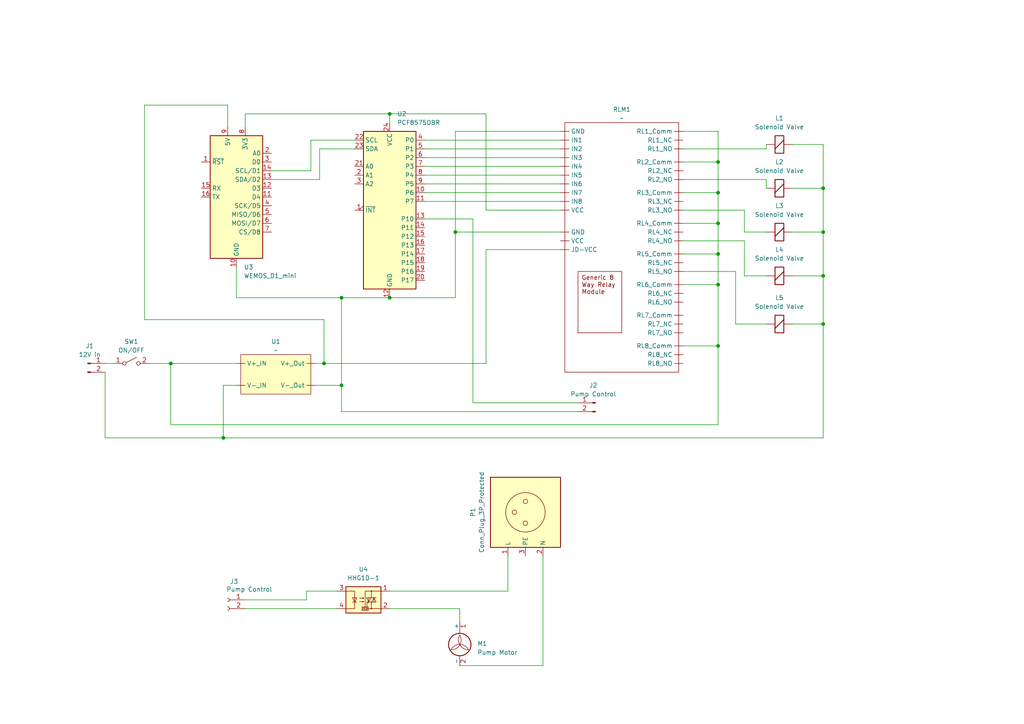
<source format=kicad_sch>
(kicad_sch (version 20250114) (generator "eeschema") (generator_version "9.0")
  (paper "A4")
  (lib_symbols
    (symbol "Connector:Conn_01x02_Pin" (pin_names (offset 1.016) (hide yes))
      (property "Reference" "J" (at 0 2.54 0))
      (property "Value" "Conn_01x02_Pin" (at 0 -5.08 0))
      (symbol "Conn_01x02_Pin_1_1"
        (rectangle (start 0.8636 0.127) (end 0 -0.127) (stroke (width 0.1524)) (fill (type outline)))
        (rectangle (start 0.8636 -2.413) (end 0 -2.667) (stroke (width 0.1524)) (fill (type outline)))
        (polyline (pts (xy 1.27 0) (xy 0.8636 0)) (stroke (width 0.1524)))
        (polyline (pts (xy 1.27 -2.54) (xy 0.8636 -2.54)) (stroke (width 0.1524)))
        (pin passive line (at 5.08 0 180) (length 3.81) (name "Pin_1") (number "1"))
        (pin passive line (at 5.08 -2.54 180) (length 3.81) (name "Pin_2") (number "2"))
      )
    )
    (symbol "Connector:Conn_01x02_Socket" (pin_names (offset 1.016) (hide yes))
      (property "Reference" "J" (at 0 2.54 0))
      (property "Value" "Conn_01x02_Socket" (at 0 -5.08 0))
      (symbol "Conn_01x02_Socket_1_1"
        (polyline (pts (xy -1.27 0) (xy -0.508 0)) (stroke (width 0.1524)))
        (polyline (pts (xy -1.27 -2.54) (xy -0.508 -2.54)) (stroke (width 0.1524)))
        (arc (start 0 -0.508) (mid -0.5058 0) (end 0 0.508) (stroke (width 0.1524)))
        (arc (start 0 -3.048) (mid -0.5058 -2.54) (end 0 -2.032) (stroke (width 0.1524)))
        (pin passive line (at -5.08 0 0) (length 3.81) (name "Pin_1") (number "1"))
        (pin passive line (at -5.08 -2.54 0) (length 3.81) (name "Pin_2") (number "2"))
      )
    )
    (symbol "Connector:Conn_Plug_3P_Protected"
      (property "Reference" "P" (at -9.652 11.176 0))
      (property "Value" "Conn_Plug_3P_Protected" (at 0.254 -11.43 0))
      (symbol "Conn_Plug_3P_Protected_0_1"
        (circle (center 0 0) (radius 5.715))
      )
      (symbol "Conn_Plug_3P_Protected_1_1"
        (rectangle (start -10.16 10.16) (end 10.16 -10.16) (stroke (width 0.254)) (fill (type background)))
        (circle (center -3.175 0) (radius 0.635))
        (circle (center 0 3.175) (radius 0.635))
        (circle (center 3.175 0) (radius 0.635))
        (pin power_in line (at 12.7 5.08 180) (length 2.54) (name "L") (number "1"))
        (pin power_out line (at 12.7 0 180) (length 2.54) (name "PE") (number "3"))
        (pin power_out line (at 12.7 -5.08 180) (length 2.54) (name "N") (number "2"))
      )
    )
    (symbol "Device:ElectromagneticActor" (pin_numbers (hide yes)) (pin_names (offset 0.0254) (hide yes))
      (property "Reference" "L" (at 1.27 3.81 0))
      (property "Value" "ElectromagneticActor" (at 1.27 -1.27 0))
      (symbol "ElectromagneticActor_0_1"
        (rectangle (start -2.54 2.54) (end 2.54 0) (stroke (width 0.254)))
        (polyline (pts (xy -1.27 2.54) (xy 1.27 0)) (stroke (width 0.254)))
      )
      (symbol "ElectromagneticActor_1_1"
        (pin passive line (at 0 5.08 270) (length 2.54) (name "-") (number "1"))
        (pin passive line (at 0 -2.54 90) (length 2.54) (name "+") (number "2"))
      )
    )
    (symbol "Interface_Expansion:PCF8575DBR"
      (property "Reference" "U" (at -6.35 24.13 0))
      (property "Value" "PCF8575DBR" (at 7.62 -24.13 0))
      (symbol "PCF8575DBR_0_1"
        (rectangle (start -7.62 22.86) (end 7.62 -22.86) (stroke (width 0.254)) (fill (type background)))
      )
      (symbol "PCF8575DBR_1_1"
        (pin input line (at -10.16 20.32 0) (length 2.54) (name "SCL") (number "22"))
        (pin bidirectional line (at -10.16 17.78 0) (length 2.54) (name "SDA") (number "23"))
        (pin input line (at -10.16 12.7 0) (length 2.54) (name "A0") (number "21"))
        (pin input line (at -10.16 10.16 0) (length 2.54) (name "A1") (number "2"))
        (pin input line (at -10.16 7.62 0) (length 2.54) (name "A2") (number "3"))
        (pin open_collector output_low (at -10.16 0 0) (length 2.54) (name "~{INT}") (number "1"))
        (pin power_in line (at 0 25.4 270) (length 2.54) (name "VCC") (number "24"))
        (pin power_in line (at 0 -25.4 90) (length 2.54) (name "GND") (number "12"))
        (pin bidirectional line (at 10.16 20.32 180) (length 2.54) (name "P0") (number "4"))
        (pin bidirectional line (at 10.16 17.78 180) (length 2.54) (name "P1") (number "5"))
        (pin bidirectional line (at 10.16 15.24 180) (length 2.54) (name "P2") (number "6"))
        (pin bidirectional line (at 10.16 12.7 180) (length 2.54) (name "P3") (number "7"))
        (pin bidirectional line (at 10.16 10.16 180) (length 2.54) (name "P4") (number "8"))
        (pin bidirectional line (at 10.16 7.62 180) (length 2.54) (name "P5") (number "9"))
        (pin bidirectional line (at 10.16 5.08 180) (length 2.54) (name "P6") (number "10"))
        (pin bidirectional line (at 10.16 2.54 180) (length 2.54) (name "P7") (number "11"))
        (pin bidirectional line (at 10.16 -2.54 180) (length 2.54) (name "P10") (number "13"))
        (pin bidirectional line (at 10.16 -5.08 180) (length 2.54) (name "P11") (number "14"))
        (pin bidirectional line (at 10.16 -7.62 180) (length 2.54) (name "P12") (number "15"))
        (pin bidirectional line (at 10.16 -10.16 180) (length 2.54) (name "P13") (number "16"))
        (pin bidirectional line (at 10.16 -12.7 180) (length 2.54) (name "P14") (number "17"))
        (pin bidirectional line (at 10.16 -15.24 180) (length 2.54) (name "P15") (number "18"))
        (pin bidirectional line (at 10.16 -17.78 180) (length 2.54) (name "P16") (number "19"))
        (pin bidirectional line (at 10.16 -20.32 180) (length 2.54) (name "P17") (number "20"))
      )
    )
    (symbol "Modules:DC-DC_PSU_5V_Output"
      (property "Reference" "U" (at 0 0 0))
      (symbol "DC-DC_PSU_5V_Output_1_1"
        (rectangle (start -10.16 5.08) (end 10.16 -6.35) (fill (type background)))
        (pin input line (at -11.43 2.54 0) (length 2.54) (name "V+_IN") (number ""))
        (pin input line (at -11.43 -3.81 0) (length 2.54) (name "V-_IN") (number ""))
        (pin output line (at 11.43 2.54 180) (length 2.54) (name "V+_Out") (number ""))
        (pin output line (at 11.43 -3.81 180) (length 2.54) (name "V-_Out") (number ""))
      )
    )
    (symbol "Modules:Relay_Module_8"
      (property "Reference" "RLM" (at 0 0 0))
      (symbol "Relay_Module_8_0_1"
        (rectangle (start -11.43 12.7) (end 21.59 -59.69))
      )
      (symbol "Relay_Module_8_1_1"
        (text_box "Generic 8 Way Relay Module" (at -7.62 -30.48 0) (size 12.7 -17.78) (margins 1.016 1.016 1.016 1.016) (effects (font (size 1.27 1.27)) (justify left top)))
        (pin input line (at -12.7 10.16 0) (length 2.54) (name "GND") (number ""))
        (pin input line (at -12.7 7.62 0) (length 2.54) (name "IN1") (number ""))
        (pin input line (at -12.7 5.08 0) (length 2.54) (name "IN2") (number ""))
        (pin input line (at -12.7 2.54 0) (length 2.54) (name "IN3") (number ""))
        (pin input line (at -12.7 0 0) (length 2.54) (name "IN4") (number ""))
        (pin input line (at -12.7 -2.54 0) (length 2.54) (name "IN5") (number ""))
        (pin input line (at -12.7 -5.08 0) (length 2.54) (name "IN6") (number ""))
        (pin input line (at -12.7 -7.62 0) (length 2.54) (name "IN7") (number ""))
        (pin input line (at -12.7 -10.16 0) (length 2.54) (name "IN8") (number ""))
        (pin input line (at -12.7 -12.7 0) (length 2.54) (name "VCC") (number ""))
        (pin input line (at -12.7 -19.05 0) (length 2.54) (name "GND") (number ""))
        (pin input line (at -12.7 -21.59 0) (length 2.54) (name "VCC") (number ""))
        (pin input line (at -12.7 -24.13 0) (length 2.54) (name "JD-VCC") (number ""))
        (pin output line (at 22.86 10.16 180) (length 2.54) (name "RL1_Comm") (number ""))
        (pin output line (at 22.86 7.62 180) (length 2.54) (name "RL1_NC") (number ""))
        (pin output line (at 22.86 5.08 180) (length 2.54) (name "RL1_NO") (number ""))
        (pin output line (at 22.86 1.27 180) (length 2.54) (name "RL2_Comm") (number ""))
        (pin output line (at 22.86 -1.27 180) (length 2.54) (name "RL2_NC") (number ""))
        (pin output line (at 22.86 -3.81 180) (length 2.54) (name "RL2_NO") (number ""))
        (pin output line (at 22.86 -7.62 180) (length 2.54) (name "RL3_Comm") (number ""))
        (pin output line (at 22.86 -10.16 180) (length 2.54) (name "RL3_NC") (number ""))
        (pin output line (at 22.86 -12.7 180) (length 2.54) (name "RL3_NO") (number ""))
        (pin output line (at 22.86 -16.51 180) (length 2.54) (name "RL4_Comm") (number ""))
        (pin output line (at 22.86 -19.05 180) (length 2.54) (name "RL4_NC") (number ""))
        (pin output line (at 22.86 -21.59 180) (length 2.54) (name "RL4_NO") (number ""))
        (pin output line (at 22.86 -25.4 180) (length 2.54) (name "RL5_Comm") (number ""))
        (pin output line (at 22.86 -27.94 180) (length 2.54) (name "RL5_NC") (number ""))
        (pin output line (at 22.86 -30.48 180) (length 2.54) (name "RL5_NO") (number ""))
        (pin output line (at 22.86 -34.29 180) (length 2.54) (name "RL6_Comm") (number ""))
        (pin output line (at 22.86 -36.83 180) (length 2.54) (name "RL6_NC") (number ""))
        (pin output line (at 22.86 -39.37 180) (length 2.54) (name "RL6_NO") (number ""))
        (pin output line (at 22.86 -43.18 180) (length 2.54) (name "RL7_Comm") (number ""))
        (pin output line (at 22.86 -45.72 180) (length 2.54) (name "RL7_NC") (number ""))
        (pin output line (at 22.86 -48.26 180) (length 2.54) (name "RL7_NO") (number ""))
        (pin output line (at 22.86 -52.07 180) (length 2.54) (name "RL8_Comm") (number ""))
        (pin output line (at 22.86 -54.61 180) (length 2.54) (name "RL8_NC") (number ""))
        (pin output line (at 22.86 -57.15 180) (length 2.54) (name "RL8_NO") (number ""))
      )
    )
    (symbol "Motor:Fan" (pin_names (offset 0))
      (property "Reference" "M" (at 2.54 5.08 0))
      (property "Value" "Fan" (at 2.54 -2.54 0))
      (symbol "Fan_0_1"
        (arc (start 0 3.81) (mid -0.0015 0.9048) (end -2.54 -0.508))
        (polyline (pts (xy 0 4.572) (xy 0 5.08)))
        (polyline (pts (xy 0 4.2672) (xy 0 4.6228)))
        (circle (center 0 1.016) (radius 3.2512) (stroke (width 0.254)))
        (arc (start -2.54 -0.508) (mid 0 1.0618) (end 2.54 -0.508))
        (polyline (pts (xy 0 -2.2352) (xy 0 -2.6416)))
        (polyline (pts (xy 0 -5.08) (xy 0 -4.572)))
        (arc (start 2.54 -0.508) (mid 0.047 0.9315) (end 0 3.81))
      )
      (symbol "Fan_1_1"
        (pin passive line (at 0 7.62 270) (length 2.54) (name "+") (number "1"))
        (pin passive line (at 0 -5.08 90) (length 2.54) (name "-") (number "2"))
      )
    )
    (symbol "RF_Module:WEMOS_D1_mini"
      (property "Reference" "U" (at 3.81 19.05 0))
      (property "Value" "WEMOS_D1_mini" (at 1.27 -19.05 0))
      (symbol "WEMOS_D1_mini_1_1"
        (rectangle (start -7.62 17.78) (end 7.62 -17.78) (stroke (width 0.254)) (fill (type background)))
        (pin input line (at -10.16 10.16 0) (length 2.54) (name "~{RST}") (number "1"))
        (pin input line (at -10.16 2.54 0) (length 2.54) (name "RX") (number "15"))
        (pin output line (at -10.16 0 0) (length 2.54) (name "TX") (number "16"))
        (pin power_in line (at -2.54 20.32 270) (length 2.54) (name "5V") (number "9"))
        (pin power_in line (at 0 -20.32 90) (length 2.54) (name "GND") (number "10"))
        (pin power_out line (at 2.54 20.32 270) (length 2.54) (name "3V3") (number "8"))
        (pin input line (at 10.16 12.7 180) (length 2.54) (name "A0") (number "2"))
        (pin bidirectional line (at 10.16 10.16 180) (length 2.54) (name "D0") (number "3"))
        (pin bidirectional line (at 10.16 7.62 180) (length 2.54) (name "SCL/D1") (number "14"))
        (pin bidirectional line (at 10.16 5.08 180) (length 2.54) (name "SDA/D2") (number "13"))
        (pin bidirectional line (at 10.16 2.54 180) (length 2.54) (name "D3") (number "12"))
        (pin bidirectional line (at 10.16 0 180) (length 2.54) (name "D4") (number "11"))
        (pin bidirectional line (at 10.16 -2.54 180) (length 2.54) (name "SCK/D5") (number "4"))
        (pin bidirectional line (at 10.16 -5.08 180) (length 2.54) (name "MISO/D6") (number "5"))
        (pin bidirectional line (at 10.16 -7.62 180) (length 2.54) (name "MOSI/D7") (number "6"))
        (pin bidirectional line (at 10.16 -10.16 180) (length 2.54) (name "CS/D8") (number "7"))
      )
    )
    (symbol "Relay_SolidState:HHG1D-1"
      (property "Reference" "U" (at -5.08 5.08 0))
      (property "Value" "HHG1D-1" (at 0 5.08 0))
      (symbol "HHG1D-1_0_0"
        (rectangle (start -0.381 -2.032) (end 1.397 -3.048))
        (polyline (pts (xy 1.524 -0.635) (xy 1.016 -1.016) (xy 1.016 -2.032)))
        (polyline (pts (xy 2.286 -2.54) (xy 1.397 -2.54)))
        (text "ZCD" (at 0.508 -2.54 0) (effects (font (size 0.508 0.508))))
      )
      (symbol "HHG1D-1_0_1"
        (rectangle (start -5.08 3.81) (end 5.08 -3.81) (stroke (width 0.254)) (fill (type background)))
        (polyline (pts (xy -5.08 2.54) (xy -2.54 2.54) (xy -2.54 -2.54) (xy -5.08 -2.54)))
        (polyline (pts (xy -3.175 -0.635) (xy -1.905 -0.635)))
        (polyline (pts (xy -2.54 -0.635) (xy -3.175 0.635) (xy -1.905 0.635) (xy -2.54 -0.635)))
        (polyline (pts (xy -1.143 0.508) (xy 0.127 0.508) (xy -0.254 0.381) (xy -0.254 0.635) (xy 0.127 0.508)))
        (polyline (pts (xy -1.143 -0.508) (xy 0.127 -0.508) (xy -0.254 -0.635) (xy -0.254 -0.381) (xy 0.127 -0.508)))
        (polyline (pts (xy 0.889 -0.635) (xy 3.683 -0.635) (xy 3.048 0.635) (xy 2.413 -0.635)))
        (polyline (pts (xy 1.524 -0.635) (xy 1.524 0.635)))
        (polyline (pts (xy 2.286 2.54) (xy 0.508 2.54) (xy 0.508 -2.032)))
        (circle (center 2.286 2.54) (radius 0.127))
        (polyline (pts (xy 2.286 0.635) (xy 2.286 2.54) (xy 5.08 2.54)))
        (polyline (pts (xy 2.286 -0.635) (xy 2.286 -2.54) (xy 5.08 -2.54)))
        (circle (center 2.286 -2.54) (radius 0.127))
        (polyline (pts (xy 3.048 0.635) (xy 3.048 -0.635)))
        (polyline (pts (xy 3.683 0.635) (xy 0.889 0.635) (xy 1.524 -0.635) (xy 2.159 0.635)))
      )
      (symbol "HHG1D-1_1_1"
        (pin passive line (at -7.62 2.54 0) (length 2.54) (name "~") (number "3"))
        (pin passive line (at -7.62 -2.54 0) (length 2.54) (name "~") (number "4"))
        (pin passive line (at 7.62 2.54 180) (length 2.54) (name "~") (number "1"))
        (pin passive line (at 7.62 -2.54 180) (length 2.54) (name "~") (number "2"))
      )
    )
    (symbol "Switch:SW_SPST" (pin_names (offset 0) (hide yes))
      (property "Reference" "SW" (at 0 3.175 0))
      (property "Value" "SW_SPST" (at 0 -2.54 0))
      (symbol "SW_SPST_0_0"
        (circle (center -2.032 0) (radius 0.508))
        (polyline (pts (xy -1.524 0.254) (xy 1.524 1.778)))
        (circle (center 2.032 0) (radius 0.508))
      )
      (symbol "SW_SPST_1_1"
        (pin passive line (at -5.08 0 0) (length 2.54) (name "A") (number "1"))
        (pin passive line (at 5.08 0 180) (length 2.54) (name "B") (number "2"))
      )
    )
  )
  (junction (at 113.03 33.02))
  (junction (at 113.03 86.36))
  (junction (at 208.28 82.55))
  (junction (at 132.08 67.31))
  (junction (at 208.28 55.88))
  (junction (at 238.76 54.61))
  (junction (at 208.28 46.99))
  (junction (at 238.76 93.98))
  (junction (at 208.28 64.77))
  (junction (at 93.98 105.41))
  (junction (at 238.76 80.01))
  (junction (at 208.28 73.66))
  (junction (at 99.06 86.36))
  (junction (at 208.28 100.33))
  (junction (at 49.53 105.41))
  (junction (at 99.06 111.76))
  (junction (at 64.77 127))
  (junction (at 238.76 67.31))
  (wire (pts (xy 198.12 43.18) (xy 222.25 43.18)))
  (wire (pts (xy 91.44 111.76) (xy 99.06 111.76)))
  (wire (pts (xy 140.97 72.39) (xy 140.97 105.41)))
  (wire (pts (xy 133.35 176.53) (xy 133.35 180.34)))
  (wire (pts (xy 238.76 93.98) (xy 238.76 80.01)))
  (wire (pts (xy 113.03 33.02) (xy 113.03 35.56)))
  (wire (pts (xy 49.53 105.41) (xy 49.53 123.19)))
  (wire (pts (xy 238.76 54.61) (xy 238.76 41.91)))
  (wire (pts (xy 208.28 100.33) (xy 208.28 123.19)))
  (wire (pts (xy 90.17 40.64) (xy 102.87 40.64)))
  (wire (pts (xy 140.97 72.39) (xy 162.56 72.39)))
  (wire (pts (xy 71.12 36.83) (xy 71.12 33.02)))
  (wire (pts (xy 222.25 52.07) (xy 222.25 54.61)))
  (wire (pts (xy 208.28 38.1) (xy 198.12 38.1)))
  (wire (pts (xy 99.06 119.38) (xy 167.64 119.38)))
  (wire (pts (xy 132.08 86.36) (xy 132.08 67.31)))
  (wire (pts (xy 30.48 105.41) (xy 33.02 105.41)))
  (wire (pts (xy 238.76 127) (xy 238.76 93.98)))
  (wire (pts (xy 215.9 80.01) (xy 222.25 80.01)))
  (wire (pts (xy 123.19 50.8) (xy 162.56 50.8)))
  (wire (pts (xy 137.16 63.5) (xy 137.16 116.84)))
  (wire (pts (xy 238.76 80.01) (xy 238.76 67.31)))
  (wire (pts (xy 71.12 176.53) (xy 97.79 176.53)))
  (wire (pts (xy 137.16 116.84) (xy 167.64 116.84)))
  (wire (pts (xy 208.28 38.1) (xy 208.28 46.99)))
  (wire (pts (xy 71.12 33.02) (xy 113.03 33.02)))
  (wire (pts (xy 208.28 64.77) (xy 208.28 73.66)))
  (wire (pts (xy 68.58 77.47) (xy 68.58 86.36)))
  (wire (pts (xy 113.03 86.36) (xy 132.08 86.36)))
  (wire (pts (xy 64.77 127) (xy 238.76 127)))
  (wire (pts (xy 49.53 105.41) (xy 68.58 105.41)))
  (wire (pts (xy 123.19 58.42) (xy 162.56 58.42)))
  (wire (pts (xy 208.28 82.55) (xy 208.28 100.33)))
  (wire (pts (xy 140.97 60.96) (xy 162.56 60.96)))
  (wire (pts (xy 215.9 67.31) (xy 222.25 67.31)))
  (wire (pts (xy 123.19 48.26) (xy 162.56 48.26)))
  (wire (pts (xy 132.08 38.1) (xy 162.56 38.1)))
  (wire (pts (xy 68.58 86.36) (xy 99.06 86.36)))
  (wire (pts (xy 198.12 64.77) (xy 208.28 64.77)))
  (wire (pts (xy 208.28 73.66) (xy 208.28 82.55)))
  (wire (pts (xy 215.9 60.96) (xy 215.9 67.31)))
  (wire (pts (xy 41.91 30.48) (xy 66.04 30.48)))
  (wire (pts (xy 123.19 55.88) (xy 162.56 55.88)))
  (wire (pts (xy 213.36 78.74) (xy 213.36 93.98)))
  (wire (pts (xy 123.19 63.5) (xy 137.16 63.5)))
  (wire (pts (xy 229.87 80.01) (xy 238.76 80.01)))
  (wire (pts (xy 99.06 86.36) (xy 99.06 111.76)))
  (wire (pts (xy 132.08 67.31) (xy 162.56 67.31)))
  (wire (pts (xy 91.44 105.41) (xy 93.98 105.41)))
  (wire (pts (xy 140.97 33.02) (xy 140.97 60.96)))
  (wire (pts (xy 123.19 40.64) (xy 162.56 40.64)))
  (wire (pts (xy 99.06 86.36) (xy 113.03 86.36)))
  (wire (pts (xy 88.9 171.45) (xy 97.79 171.45)))
  (wire (pts (xy 198.12 69.85) (xy 215.9 69.85)))
  (wire (pts (xy 71.12 173.99) (xy 88.9 173.99)))
  (wire (pts (xy 43.18 105.41) (xy 49.53 105.41)))
  (wire (pts (xy 229.87 41.91) (xy 238.76 41.91)))
  (wire (pts (xy 93.98 105.41) (xy 93.98 92.71)))
  (wire (pts (xy 78.74 49.53) (xy 90.17 49.53)))
  (wire (pts (xy 113.03 176.53) (xy 133.35 176.53)))
  (wire (pts (xy 198.12 55.88) (xy 208.28 55.88)))
  (wire (pts (xy 41.91 92.71) (xy 41.91 30.48)))
  (wire (pts (xy 41.91 92.71) (xy 93.98 92.71)))
  (wire (pts (xy 78.74 52.07) (xy 92.71 52.07)))
  (wire (pts (xy 198.12 73.66) (xy 208.28 73.66)))
  (wire (pts (xy 198.12 82.55) (xy 208.28 82.55)))
  (wire (pts (xy 90.17 49.53) (xy 90.17 40.64)))
  (wire (pts (xy 222.25 43.18) (xy 222.25 41.91)))
  (wire (pts (xy 147.32 161.29) (xy 147.32 171.45)))
  (wire (pts (xy 64.77 111.76) (xy 68.58 111.76)))
  (wire (pts (xy 88.9 173.99) (xy 88.9 171.45)))
  (wire (pts (xy 30.48 127) (xy 64.77 127)))
  (wire (pts (xy 208.28 46.99) (xy 208.28 55.88)))
  (wire (pts (xy 229.87 67.31) (xy 238.76 67.31)))
  (wire (pts (xy 123.19 45.72) (xy 162.56 45.72)))
  (wire (pts (xy 133.35 193.04) (xy 157.48 193.04)))
  (wire (pts (xy 198.12 60.96) (xy 215.9 60.96)))
  (wire (pts (xy 157.48 161.29) (xy 157.48 193.04)))
  (wire (pts (xy 198.12 78.74) (xy 213.36 78.74)))
  (wire (pts (xy 49.53 123.19) (xy 208.28 123.19)))
  (wire (pts (xy 93.98 105.41) (xy 140.97 105.41)))
  (wire (pts (xy 113.03 33.02) (xy 140.97 33.02)))
  (wire (pts (xy 208.28 55.88) (xy 208.28 64.77)))
  (wire (pts (xy 99.06 111.76) (xy 99.06 119.38)))
  (wire (pts (xy 198.12 46.99) (xy 208.28 46.99)))
  (wire (pts (xy 30.48 107.95) (xy 30.48 127)))
  (wire (pts (xy 229.87 93.98) (xy 238.76 93.98)))
  (wire (pts (xy 66.04 30.48) (xy 66.04 36.83)))
  (wire (pts (xy 123.19 53.34) (xy 162.56 53.34)))
  (wire (pts (xy 213.36 93.98) (xy 222.25 93.98)))
  (wire (pts (xy 92.71 43.18) (xy 102.87 43.18)))
  (wire (pts (xy 92.71 52.07) (xy 92.71 43.18)))
  (wire (pts (xy 229.87 54.61) (xy 238.76 54.61)))
  (wire (pts (xy 132.08 67.31) (xy 132.08 38.1)))
  (wire (pts (xy 198.12 52.07) (xy 222.25 52.07)))
  (wire (pts (xy 238.76 67.31) (xy 238.76 54.61)))
  (wire (pts (xy 123.19 43.18) (xy 162.56 43.18)))
  (wire (pts (xy 198.12 100.33) (xy 208.28 100.33)))
  (wire (pts (xy 113.03 171.45) (xy 147.32 171.45)))
  (wire (pts (xy 64.77 127) (xy 64.77 111.76)))
  (wire (pts (xy 215.9 69.85) (xy 215.9 80.01)))
  (symbol (lib_id "Device:ElectromagneticActor") (at 224.79 67.31 270) (unit 1)
    (property "Reference" "L3" (at 226.06 59.69 90))
    (property "Value" "Solenoid Valve" (at 226.06 62.23 90))
    (property "Description" "Electromagnetic actor" (effects (hide yes)))
  )
  (symbol (lib_id "Connector:Conn_Plug_3P_Protected") (at 152.4 148.59 90) (mirror x) (unit 1)
    (property "Reference" "P1" (at 137.16 148.59 0))
    (property "Value" "Conn_Plug_3P_Protected" (at 139.7 148.59 0))
    (property "Description" "3 Pins protected generic plug" (effects (hide yes)))
  )
  (symbol (lib_id "Connector:Conn_01x02_Pin") (at 172.72 116.84 0) (mirror y) (unit 1)
    (property "Reference" "J2" (at 172.085 111.76 0))
    (property "Value" "Pump Control" (at 172.085 114.3 0))
    (property "Description" "Generic connector, single row, 01x02, script generated" (effects (hide yes)))
  )
  (symbol (lib_id "Modules:DC-DC_PSU_5V_Output") (at 80.01 107.95 0) (unit 1)
    (property "Reference" "U1" (at 80.01 99.06 0))
    (property "Value" "~" (at 80.01 101.6 0))
  )
  (symbol (lib_id "Connector:Conn_01x02_Socket") (at 66.04 173.99 0) (mirror y) (unit 1)
    (property "Reference" "J3" (at 69.088 168.656 0) (effects (justify left)))
    (property "Value" "Pump Control" (at 78.994 170.942 0) (effects (justify left)))
    (property "Description" "Generic connector, single row, 01x02, script generated" (effects (hide yes)))
  )
  (symbol (lib_id "Modules:Relay_Module_8") (at 175.26 48.26 0) (unit 1)
    (property "Reference" "RLM1" (at 180.34 31.75 0))
    (property "Value" "~" (at 180.34 34.29 0))
  )
  (symbol (lib_id "Connector:Conn_01x02_Pin") (at 25.4 105.41 0) (unit 1)
    (property "Reference" "J1" (at 26.035 100.33 0))
    (property "Value" "12V in" (at 26.035 102.87 0))
    (property "Description" "Generic connector, single row, 01x02, script generated" (effects (hide yes)))
  )
  (symbol (lib_id "RF_Module:WEMOS_D1_mini") (at 68.58 57.15 0) (unit 1)
    (property "Reference" "U3" (at 70.7233 77.47 0) (effects (justify left)))
    (property "Value" "WEMOS_D1_mini" (at 70.7233 80.01 0) (effects (justify left)))
    (property "Footprint" "RF_Module:WEMOS_D1_mini_light" (effects (hide yes)))
    (property "Datasheet" "https://wiki.wemos.cc/products:d1:d1_mini#documentation" (effects (hide yes)))
    (property "Description" "32-bit microcontroller module with WiFi" (effects (hide yes)))
  )
  (symbol (lib_id "Device:ElectromagneticActor") (at 224.79 41.91 270) (unit 1)
    (property "Reference" "L1" (at 226.06 34.29 90))
    (property "Value" "Solenoid Valve" (at 226.06 36.83 90))
    (property "Description" "Electromagnetic actor" (effects (hide yes)))
  )
  (symbol (lib_id "Device:ElectromagneticActor") (at 224.79 54.61 270) (unit 1)
    (property "Reference" "L2" (at 226.06 46.99 90))
    (property "Value" "Solenoid Valve" (at 226.06 49.53 90))
    (property "Description" "Electromagnetic actor" (effects (hide yes)))
  )
  (symbol (lib_id "Relay_SolidState:HHG1D-1") (at 105.41 173.99 0) (unit 1)
    (property "Reference" "U4" (at 105.41 165.1 0))
    (property "Value" "HHG1D-1" (at 105.41 167.64 0))
    (property "Footprint" "Relay_THT:Relay_NCR_HHG1D-1" (effects (hide yes)))
    (property "Datasheet" "https://ncr.hk/uploads/Relays/Solid_State_Relays/HHG1D-1.pdf" (effects (hide yes)))
    (property "Description" "NCR zero cross solid state relay 1A, 2A, 3A, 4A" (effects (hide yes)))
  )
  (symbol (lib_id "Switch:SW_SPST") (at 38.1 105.41 0) (unit 1)
    (property "Reference" "SW1" (at 38.1 99.06 0))
    (property "Value" "ON/OFF" (at 38.1 101.6 0))
    (property "Description" "Single Pole Single Throw (SPST) switch" (effects (hide yes)))
  )
  (symbol (lib_id "Device:ElectromagneticActor") (at 224.79 80.01 270) (unit 1)
    (property "Reference" "L4" (at 226.06 72.39 90))
    (property "Value" "Solenoid Valve" (at 226.06 74.93 90))
    (property "Description" "Electromagnetic actor" (effects (hide yes)))
  )
  (symbol (lib_id "Motor:Fan") (at 133.35 187.96 0) (unit 1)
    (property "Reference" "M1" (at 138.43 186.6899 0) (effects (justify left)))
    (property "Value" "Pump Motor" (at 138.43 189.2299 0) (effects (justify left)))
    (property "Description" "Fan" (effects (hide yes)))
  )
  (symbol (lib_id "Interface_Expansion:PCF8575DBR") (at 113.03 60.96 0) (unit 1)
    (property "Reference" "U2" (at 115.1733 33.02 0) (effects (justify left)))
    (property "Value" "PCF8575DBR" (at 115.1733 35.56 0) (effects (justify left)))
    (property "Footprint" "Package_SO:SSOP-24_5.3x8.2mm_P0.65mm" (effects (hide yes)))
    (property "Datasheet" "https://www.ti.com/lit/ds/symlink/pcf8575.pdf" (effects (hide yes)))
    (property "Description" "16 Bits Port/Expander to I2C Bus, SSOP-24" (effects (hide yes)))
  )
  (symbol (lib_id "Device:ElectromagneticActor") (at 224.79 93.98 270) (unit 1)
    (property "Reference" "L5" (at 226.06 86.36 90))
    (property "Value" "Solenoid Valve" (at 226.06 88.9 90))
    (property "Description" "Electromagnetic actor" (effects (hide yes)))
  )
)
</source>
